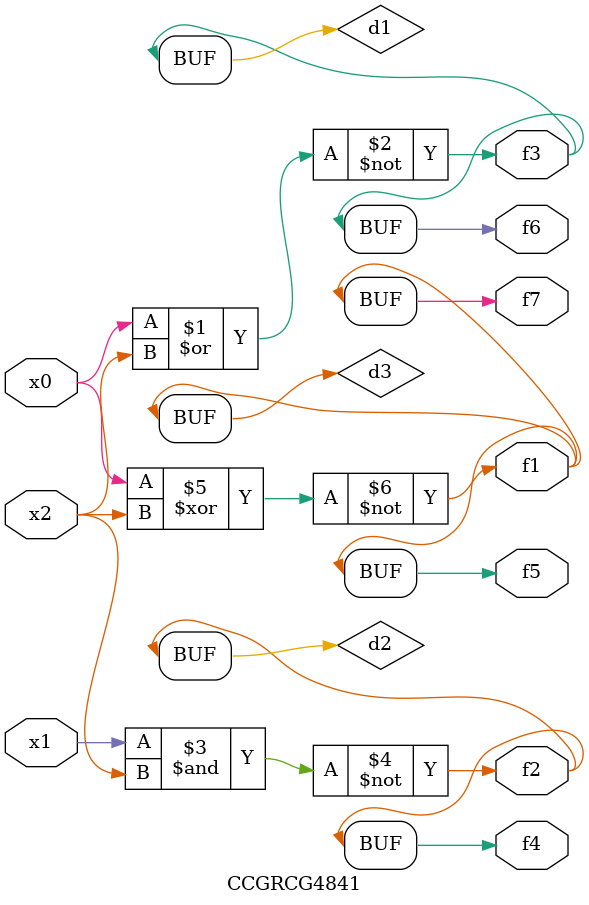
<source format=v>
module CCGRCG4841(
	input x0, x1, x2,
	output f1, f2, f3, f4, f5, f6, f7
);

	wire d1, d2, d3;

	nor (d1, x0, x2);
	nand (d2, x1, x2);
	xnor (d3, x0, x2);
	assign f1 = d3;
	assign f2 = d2;
	assign f3 = d1;
	assign f4 = d2;
	assign f5 = d3;
	assign f6 = d1;
	assign f7 = d3;
endmodule

</source>
